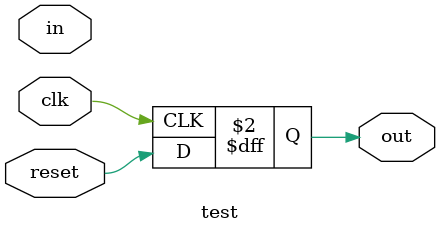
<source format=v>
module test(in, out, clk, reset);
input in, reset;
output reg out;
input clk;

always @(posedge clk) begin
    out = in;
    out <= reset;
end
endmodule

</source>
